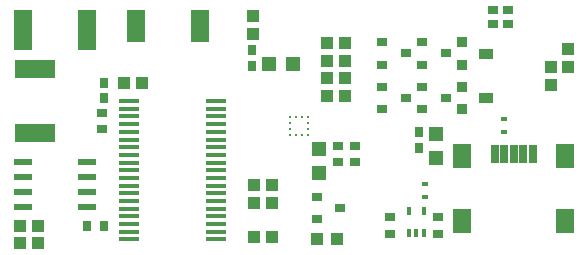
<source format=gtp>
G04 Layer_Color=8421504*
%FSLAX25Y25*%
%MOIN*%
G70*
G01*
G75*
%ADD10R,0.00984X0.01083*%
%ADD11R,0.01083X0.00984*%
%ADD12R,0.03543X0.03150*%
%ADD13R,0.04000X0.04000*%
%ADD14R,0.03543X0.02756*%
%ADD15R,0.05000X0.05000*%
%ADD16R,0.02756X0.03543*%
%ADD17R,0.04000X0.04000*%
%ADD18R,0.05000X0.03600*%
%ADD19R,0.03600X0.03600*%
%ADD20R,0.01181X0.02953*%
%ADD21R,0.03543X0.02756*%
%ADD22R,0.02756X0.03543*%
%ADD23R,0.06102X0.02362*%
%ADD24R,0.02362X0.01575*%
%ADD25R,0.07087X0.01181*%
%ADD26R,0.06299X0.11024*%
%ADD27R,0.05000X0.05000*%
%ADD28R,0.06299X0.13780*%
%ADD29R,0.13780X0.06299*%
%ADD30R,0.06299X0.07874*%
%ADD31R,0.02756X0.06299*%
D10*
X98233Y46953D02*
D03*
X100201D02*
D03*
Y41047D02*
D03*
X98233D02*
D03*
D11*
X102170Y44984D02*
D03*
Y43016D02*
D03*
Y41047D02*
D03*
X96264Y43016D02*
D03*
Y44984D02*
D03*
Y46953D02*
D03*
Y41047D02*
D03*
X102170Y46953D02*
D03*
D12*
X112840Y16500D02*
D03*
X104966Y12760D02*
D03*
Y20240D02*
D03*
X134737Y53290D02*
D03*
X126863Y49549D02*
D03*
Y57030D02*
D03*
Y71818D02*
D03*
Y64338D02*
D03*
X134737Y68078D02*
D03*
X140081Y57030D02*
D03*
Y49549D02*
D03*
X147955Y53290D02*
D03*
X140081Y71818D02*
D03*
Y64338D02*
D03*
X147955Y68078D02*
D03*
D13*
X105195Y6205D02*
D03*
X111795D02*
D03*
X40757Y58100D02*
D03*
X46757D02*
D03*
X90100Y6900D02*
D03*
X84100D02*
D03*
X12119Y10740D02*
D03*
X6119D02*
D03*
X12119Y4939D02*
D03*
X6119D02*
D03*
D14*
X163751Y82600D02*
D03*
X168869D02*
D03*
X163751Y77999D02*
D03*
X168869D02*
D03*
D15*
X144900Y33100D02*
D03*
Y41100D02*
D03*
X105695Y28205D02*
D03*
Y36205D02*
D03*
D16*
X34200Y58328D02*
D03*
Y53210D02*
D03*
X139199Y41828D02*
D03*
Y36710D02*
D03*
X83328Y63972D02*
D03*
Y69090D02*
D03*
D17*
X84200Y18300D02*
D03*
Y24300D02*
D03*
X114301Y65569D02*
D03*
Y71569D02*
D03*
Y59768D02*
D03*
Y53768D02*
D03*
X108500Y59768D02*
D03*
Y53768D02*
D03*
Y65569D02*
D03*
Y71569D02*
D03*
X90001Y24300D02*
D03*
Y18300D02*
D03*
X183080Y63598D02*
D03*
Y57598D02*
D03*
X188882Y69600D02*
D03*
Y63600D02*
D03*
X83928Y74662D02*
D03*
Y80662D02*
D03*
D18*
X161328Y53240D02*
D03*
Y68028D02*
D03*
D19*
X153328Y49540D02*
D03*
Y57040D02*
D03*
Y64328D02*
D03*
Y71828D02*
D03*
D20*
X135634Y15580D02*
D03*
X138193Y8100D02*
D03*
X140752Y15580D02*
D03*
X135634Y8100D02*
D03*
X140752D02*
D03*
D21*
X33600Y42748D02*
D03*
Y48260D02*
D03*
X129433Y13513D02*
D03*
Y8002D02*
D03*
X117797Y37327D02*
D03*
Y31815D02*
D03*
X111996D02*
D03*
Y37327D02*
D03*
X145581Y8002D02*
D03*
Y13513D02*
D03*
D22*
X28444Y10740D02*
D03*
X33956D02*
D03*
D23*
X7170Y31877D02*
D03*
Y26877D02*
D03*
Y21877D02*
D03*
Y16877D02*
D03*
X28430D02*
D03*
Y21877D02*
D03*
Y26877D02*
D03*
Y31877D02*
D03*
D24*
X167600Y46365D02*
D03*
Y42035D02*
D03*
X141026Y24506D02*
D03*
Y20175D02*
D03*
D25*
X71434Y6139D02*
D03*
Y8698D02*
D03*
Y11258D02*
D03*
Y13817D02*
D03*
Y16376D02*
D03*
Y18935D02*
D03*
Y21494D02*
D03*
Y24053D02*
D03*
Y26612D02*
D03*
Y29171D02*
D03*
Y31730D02*
D03*
Y34289D02*
D03*
Y36848D02*
D03*
Y39407D02*
D03*
Y41966D02*
D03*
Y44525D02*
D03*
Y47084D02*
D03*
Y49643D02*
D03*
Y52202D02*
D03*
X42300Y6139D02*
D03*
Y8698D02*
D03*
Y11258D02*
D03*
Y13817D02*
D03*
Y16376D02*
D03*
Y18935D02*
D03*
Y21494D02*
D03*
Y24053D02*
D03*
Y26612D02*
D03*
Y29171D02*
D03*
Y31730D02*
D03*
Y34289D02*
D03*
Y36848D02*
D03*
Y39407D02*
D03*
Y41966D02*
D03*
Y44525D02*
D03*
Y47084D02*
D03*
Y49643D02*
D03*
Y52202D02*
D03*
D26*
X44870Y77151D02*
D03*
X66130D02*
D03*
D27*
X97029Y64700D02*
D03*
X89029D02*
D03*
D28*
X7269Y75773D02*
D03*
X28528D02*
D03*
D29*
X11009Y62830D02*
D03*
Y41570D02*
D03*
D30*
X153543Y33913D02*
D03*
X187795D02*
D03*
Y12259D02*
D03*
X153543D02*
D03*
D31*
X176969Y34700D02*
D03*
X173819D02*
D03*
X170669D02*
D03*
X167520D02*
D03*
X164370D02*
D03*
M02*

</source>
